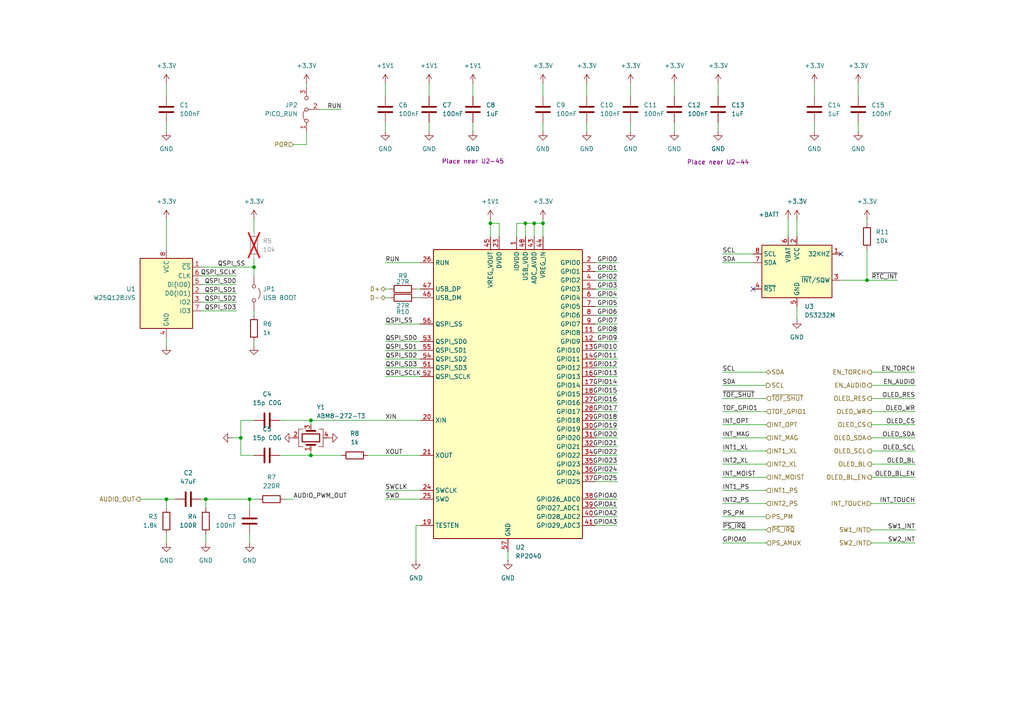
<source format=kicad_sch>
(kicad_sch (version 20231120) (generator "eeschema") (generator_version "8.0")
  (paper "A4")
  (title_block (title "CircuIT Card") (date "2024-05-21") (rev "01") (company "TuX's Design"))
  (lib_symbols
    (symbol "Device:C" (pin_numbers hide) (pin_names (offset 0.254))
      (property "Reference" "C" (at 0.635 2.54 0))
      (property "Value" "C" (at 0.635 -2.54 0))
      (symbol "C_0_1"
        (polyline (pts (xy -2.032 -0.762) (xy 2.032 -0.762)) (stroke (width 0.508)))
        (polyline (pts (xy -2.032 0.762) (xy 2.032 0.762)) (stroke (width 0.508)))
      )
      (symbol "C_1_1"
        (pin passive line (at 0 3.81 270) (length 2.794) (name "~") (number "1"))
        (pin passive line (at 0 -3.81 90) (length 2.794) (name "~") (number "2"))
      )
    )
    (symbol "Device:Crystal_GND24" (pin_names (offset 1.016) hide)
      (property "Reference" "Y" (at 3.175 5.08 0))
      (property "Value" "Crystal_GND24" (at 3.175 3.175 0))
      (symbol "Crystal_GND24_0_1"
        (rectangle (start -1.143 2.54) (end 1.143 -2.54) (stroke (width 0.3048)))
        (polyline (pts (xy -2.54 0) (xy -2.032 0)))
        (polyline (pts (xy -2.032 -1.27) (xy -2.032 1.27)) (stroke (width 0.508)))
        (polyline (pts (xy 0 -3.81) (xy 0 -3.556)))
        (polyline (pts (xy 0 3.556) (xy 0 3.81)))
        (polyline (pts (xy 2.032 -1.27) (xy 2.032 1.27)) (stroke (width 0.508)))
        (polyline (pts (xy 2.032 0) (xy 2.54 0)))
        (polyline (pts (xy -2.54 -2.286) (xy -2.54 -3.556) (xy 2.54 -3.556) (xy 2.54 -2.286)))
        (polyline (pts (xy -2.54 2.286) (xy -2.54 3.556) (xy 2.54 3.556) (xy 2.54 2.286)))
      )
      (symbol "Crystal_GND24_1_1"
        (pin passive line (at -3.81 0 0) (length 1.27) (name "1") (number "1"))
        (pin passive line (at 0 5.08 270) (length 1.27) (name "2") (number "2"))
        (pin passive line (at 3.81 0 180) (length 1.27) (name "3") (number "3"))
        (pin passive line (at 0 -5.08 90) (length 1.27) (name "4") (number "4"))
      )
    )
    (symbol "Device:R" (pin_numbers hide) (pin_names (offset 0))
      (property "Reference" "R" (at 2.032 0 90))
      (property "Value" "R" (at 0 0 90))
      (symbol "R_0_1"
        (rectangle (start -1.016 -2.54) (end 1.016 2.54) (stroke (width 0.254)))
      )
      (symbol "R_1_1"
        (pin passive line (at 0 3.81 270) (length 1.27) (name "~") (number "1"))
        (pin passive line (at 0 -3.81 90) (length 1.27) (name "~") (number "2"))
      )
    )
    (symbol "Jumper:Jumper_2_Open" (pin_numbers hide) (pin_names (offset 0) hide) (exclude_from_sim yes)
      (property "Reference" "JP" (at 0 2.794 0))
      (property "Value" "Jumper_2_Open" (at 0 -2.286 0))
      (symbol "Jumper_2_Open_0_0"
        (circle (center -2.032 0) (radius 0.508))
        (circle (center 2.032 0) (radius 0.508))
      )
      (symbol "Jumper_2_Open_0_1"
        (arc (start 1.524 1.27) (mid 0 1.778) (end -1.524 1.27))
      )
      (symbol "Jumper_2_Open_1_1"
        (pin passive line (at -5.08 0 0) (length 2.54) (name "A") (number "1"))
        (pin passive line (at 5.08 0 180) (length 2.54) (name "B") (number "2"))
      )
    )
    (symbol "Jumper:Jumper_3_Bridged12" (pin_names (offset 0) hide) (exclude_from_sim yes) (in_bom no)
      (property "Reference" "JP" (at -2.54 -2.54 0))
      (property "Value" "Jumper_3_Bridged12" (at 0 2.794 0))
      (symbol "Jumper_3_Bridged12_0_0"
        (circle (center -3.302 0) (radius 0.508))
        (circle (center 0 0) (radius 0.508))
        (circle (center 3.302 0) (radius 0.508))
      )
      (symbol "Jumper_3_Bridged12_0_1"
        (arc (start -0.254 0.508) (mid -1.651 0.9912) (end -3.048 0.508))
        (polyline (pts (xy 0 -1.27) (xy 0 -0.508)))
      )
      (symbol "Jumper_3_Bridged12_1_1"
        (pin passive line (at -6.35 0 0) (length 2.54) (name "A") (number "1"))
        (pin passive line (at 0 -3.81 90) (length 2.54) (name "C") (number "2"))
        (pin passive line (at 6.35 0 180) (length 2.54) (name "B") (number "3"))
      )
    )
    (symbol "MCU_RaspberryPi:RP2040"
      (property "Reference" "U" (at 17.78 45.72 0))
      (property "Value" "RP2040" (at 17.78 43.18 0))
      (symbol "RP2040_0_1"
        (rectangle (start -21.59 41.91) (end 21.59 -41.91) (stroke (width 0.254)) (fill (type background)))
      )
      (symbol "RP2040_1_1"
        (pin power_in line (at 2.54 45.72 270) (length 3.81) (name "IOVDD") (number "1"))
        (pin passive line (at 2.54 45.72 270) (length 3.81) hide (name "IOVDD") (number "10"))
        (pin bidirectional line (at 25.4 17.78 180) (length 3.81) (name "GPIO8") (number "11"))
        (pin bidirectional line (at 25.4 15.24 180) (length 3.81) (name "GPIO9") (number "12"))
        (pin bidirectional line (at 25.4 12.7 180) (length 3.81) (name "GPIO10") (number "13"))
        (pin bidirectional line (at 25.4 10.16 180) (length 3.81) (name "GPIO11") (number "14"))
        (pin bidirectional line (at 25.4 7.62 180) (length 3.81) (name "GPIO12") (number "15"))
        (pin bidirectional line (at 25.4 5.08 180) (length 3.81) (name "GPIO13") (number "16"))
        (pin bidirectional line (at 25.4 2.54 180) (length 3.81) (name "GPIO14") (number "17"))
        (pin bidirectional line (at 25.4 0 180) (length 3.81) (name "GPIO15") (number "18"))
        (pin input line (at -25.4 -38.1 0) (length 3.81) (name "TESTEN") (number "19"))
        (pin bidirectional line (at 25.4 38.1 180) (length 3.81) (name "GPIO0") (number "2"))
        (pin input line (at -25.4 -7.62 0) (length 3.81) (name "XIN") (number "20"))
        (pin passive line (at -25.4 -17.78 0) (length 3.81) (name "XOUT") (number "21"))
        (pin passive line (at 2.54 45.72 270) (length 3.81) hide (name "IOVDD") (number "22"))
        (pin power_in line (at -2.54 45.72 270) (length 3.81) (name "DVDD") (number "23"))
        (pin input line (at -25.4 -27.94 0) (length 3.81) (name "SWCLK") (number "24"))
        (pin bidirectional line (at -25.4 -30.48 0) (length 3.81) (name "SWD") (number "25"))
        (pin input line (at -25.4 38.1 0) (length 3.81) (name "RUN") (number "26"))
        (pin bidirectional line (at 25.4 -2.54 180) (length 3.81) (name "GPIO16") (number "27"))
        (pin bidirectional line (at 25.4 -5.08 180) (length 3.81) (name "GPIO17") (number "28"))
        (pin bidirectional line (at 25.4 -7.62 180) (length 3.81) (name "GPIO18") (number "29"))
        (pin bidirectional line (at 25.4 35.56 180) (length 3.81) (name "GPIO1") (number "3"))
        (pin bidirectional line (at 25.4 -10.16 180) (length 3.81) (name "GPIO19") (number "30"))
        (pin bidirectional line (at 25.4 -12.7 180) (length 3.81) (name "GPIO20") (number "31"))
        (pin bidirectional line (at 25.4 -15.24 180) (length 3.81) (name "GPIO21") (number "32"))
        (pin passive line (at 2.54 45.72 270) (length 3.81) hide (name "IOVDD") (number "33"))
        (pin bidirectional line (at 25.4 -17.78 180) (length 3.81) (name "GPIO22") (number "34"))
        (pin bidirectional line (at 25.4 -20.32 180) (length 3.81) (name "GPIO23") (number "35"))
        (pin bidirectional line (at 25.4 -22.86 180) (length 3.81) (name "GPIO24") (number "36"))
        (pin bidirectional line (at 25.4 -25.4 180) (length 3.81) (name "GPIO25") (number "37"))
        (pin bidirectional line (at 25.4 -30.48 180) (length 3.81) (name "GPIO26_ADC0") (number "38"))
        (pin bidirectional line (at 25.4 -33.02 180) (length 3.81) (name "GPIO27_ADC1") (number "39"))
        (pin bidirectional line (at 25.4 33.02 180) (length 3.81) (name "GPIO2") (number "4"))
        (pin bidirectional line (at 25.4 -35.56 180) (length 3.81) (name "GPIO28_ADC2") (number "40"))
        (pin bidirectional line (at 25.4 -38.1 180) (length 3.81) (name "GPIO29_ADC3") (number "41"))
        (pin passive line (at 2.54 45.72 270) (length 3.81) hide (name "IOVDD") (number "42"))
        (pin power_in line (at 7.62 45.72 270) (length 3.81) (name "ADC_AVDD") (number "43"))
        (pin power_in line (at 10.16 45.72 270) (length 3.81) (name "VREG_IN") (number "44"))
        (pin power_out line (at -5.08 45.72 270) (length 3.81) (name "VREG_VOUT") (number "45"))
        (pin bidirectional line (at -25.4 27.94 0) (length 3.81) (name "USB_DM") (number "46"))
        (pin bidirectional line (at -25.4 30.48 0) (length 3.81) (name "USB_DP") (number "47"))
        (pin power_in line (at 5.08 45.72 270) (length 3.81) (name "USB_VDD") (number "48"))
        (pin passive line (at 2.54 45.72 270) (length 3.81) hide (name "IOVDD") (number "49"))
        (pin bidirectional line (at 25.4 30.48 180) (length 3.81) (name "GPIO3") (number "5"))
        (pin passive line (at -2.54 45.72 270) (length 3.81) hide (name "DVDD") (number "50"))
        (pin bidirectional line (at -25.4 7.62 0) (length 3.81) (name "QSPI_SD3") (number "51"))
        (pin output line (at -25.4 5.08 0) (length 3.81) (name "QSPI_SCLK") (number "52"))
        (pin bidirectional line (at -25.4 15.24 0) (length 3.81) (name "QSPI_SD0") (number "53"))
        (pin bidirectional line (at -25.4 10.16 0) (length 3.81) (name "QSPI_SD2") (number "54"))
        (pin bidirectional line (at -25.4 12.7 0) (length 3.81) (name "QSPI_SD1") (number "55"))
        (pin bidirectional line (at -25.4 20.32 0) (length 3.81) (name "QSPI_SS") (number "56"))
        (pin power_in line (at 0 -45.72 90) (length 3.81) (name "GND") (number "57"))
        (pin bidirectional line (at 25.4 27.94 180) (length 3.81) (name "GPIO4") (number "6"))
        (pin bidirectional line (at 25.4 25.4 180) (length 3.81) (name "GPIO5") (number "7"))
        (pin bidirectional line (at 25.4 22.86 180) (length 3.81) (name "GPIO6") (number "8"))
        (pin bidirectional line (at 25.4 20.32 180) (length 3.81) (name "GPIO7") (number "9"))
      )
    )
    (symbol "Memory_Flash:W25Q128JVS"
      (property "Reference" "U" (at -8.89 8.89 0))
      (property "Value" "W25Q128JVS" (at 7.62 8.89 0))
      (symbol "W25Q128JVS_0_1"
        (rectangle (start -7.62 10.16) (end 7.62 -10.16) (stroke (width 0.254)) (fill (type background)))
      )
      (symbol "W25Q128JVS_1_1"
        (pin input line (at -10.16 7.62 0) (length 2.54) (name "~{CS}") (number "1"))
        (pin bidirectional line (at -10.16 0 0) (length 2.54) (name "DO(IO1)") (number "2"))
        (pin bidirectional line (at -10.16 -2.54 0) (length 2.54) (name "IO2") (number "3"))
        (pin power_in line (at 0 -12.7 90) (length 2.54) (name "GND") (number "4"))
        (pin bidirectional line (at -10.16 2.54 0) (length 2.54) (name "DI(IO0)") (number "5"))
        (pin input line (at -10.16 5.08 0) (length 2.54) (name "CLK") (number "6"))
        (pin bidirectional line (at -10.16 -5.08 0) (length 2.54) (name "IO3") (number "7"))
        (pin power_in line (at 0 12.7 270) (length 2.54) (name "VCC") (number "8"))
      )
    )
    (symbol "Timer_RTC:DS3232M"
      (property "Reference" "U" (at -7.62 8.89 0))
      (property "Value" "DS3232M" (at 10.16 8.89 0))
      (symbol "DS3232M_0_1"
        (rectangle (start -10.16 7.62) (end 10.16 -7.62) (stroke (width 0.254)) (fill (type background)))
      )
      (symbol "DS3232M_1_1"
        (pin output line (at 12.7 5.08 180) (length 2.54) (name "32KHZ") (number "1"))
        (pin power_in line (at 0 10.16 270) (length 2.54) (name "VCC") (number "2"))
        (pin open_collector line (at 12.7 -2.54 180) (length 2.54) (name "~{INT}/SQW") (number "3"))
        (pin bidirectional line (at -12.7 -5.08 0) (length 2.54) (name "~{RST}") (number "4"))
        (pin power_in line (at 0 -10.16 90) (length 2.54) (name "GND") (number "5"))
        (pin power_in line (at -2.54 10.16 270) (length 2.54) (name "VBAT") (number "6"))
        (pin bidirectional line (at -12.7 2.54 0) (length 2.54) (name "SDA") (number "7"))
        (pin input line (at -12.7 5.08 0) (length 2.54) (name "SCL") (number "8"))
      )
    )
    (symbol "power:+1V1" (power) (pin_numbers hide) (pin_names (offset 0) hide)
      (property "Value" "+1V1" (at 0 3.556 0))
      (symbol "+1V1_0_1"
        (polyline (pts (xy -0.762 1.27) (xy 0 2.54)))
        (polyline (pts (xy 0 0) (xy 0 2.54)))
        (polyline (pts (xy 0 2.54) (xy 0.762 1.27)))
      )
      (symbol "+1V1_1_1"
        (pin power_in line (at 0 0 90) (length 0) (name "~") (number "1"))
      )
    )
    (symbol "power:+3.3V" (power) (pin_numbers hide) (pin_names (offset 0) hide)
      (property "Value" "+3.3V" (at 0 3.556 0))
      (symbol "+3.3V_0_1"
        (polyline (pts (xy -0.762 1.27) (xy 0 2.54)))
        (polyline (pts (xy 0 0) (xy 0 2.54)))
        (polyline (pts (xy 0 2.54) (xy 0.762 1.27)))
      )
      (symbol "+3.3V_1_1"
        (pin power_in line (at 0 0 90) (length 0) (name "~") (number "1"))
      )
    )
    (symbol "power:+BATT" (power) (pin_numbers hide) (pin_names (offset 0) hide)
      (property "Value" "+BATT" (at 0 3.556 0))
      (symbol "+BATT_0_1"
        (polyline (pts (xy -0.762 1.27) (xy 0 2.54)))
        (polyline (pts (xy 0 0) (xy 0 2.54)))
        (polyline (pts (xy 0 2.54) (xy 0.762 1.27)))
      )
      (symbol "+BATT_1_1"
        (pin power_in line (at 0 0 90) (length 0) (name "~") (number "1"))
      )
    )
    (symbol "power:GND" (power) (pin_numbers hide) (pin_names (offset 0) hide)
      (property "Value" "GND" (at 0 -3.81 0))
      (symbol "GND_0_1"
        (polyline (pts (xy 0 0) (xy 0 -1.27) (xy 1.27 -1.27) (xy 0 -2.54) (xy -1.27 -1.27) (xy 0 -1.27)))
      )
      (symbol "GND_1_1"
        (pin power_in line (at 0 0 270) (length 0) (name "~") (number "1"))
      )
    )
  )
  (junction (at 72.39 144.78))
  (junction (at 73.66 77.47))
  (junction (at 157.48 64.77))
  (junction (at 59.69 144.78))
  (junction (at 154.94 64.77))
  (junction (at 90.17 121.92))
  (junction (at 142.24 64.77))
  (junction (at 48.26 144.78))
  (junction (at 90.17 132.08))
  (junction (at 152.4 64.77))
  (junction (at 69.85 127))
  (junction (at 251.46 81.28))
  (no_connect (at 218.44 83.82))
  (no_connect (at 243.84 73.66))
  (wire (pts (xy 73.66 121.92) (xy 69.85 121.92)))
  (wire (pts (xy 137.16 35.56) (xy 137.16 38.1)))
  (wire (pts (xy 152.4 64.77) (xy 152.4 68.58)))
  (wire (pts (xy 124.46 35.56) (xy 124.46 38.1)))
  (wire (pts (xy 73.66 99.06) (xy 73.66 100.33)))
  (wire (pts (xy 195.58 24.13) (xy 195.58 27.94)))
  (wire (pts (xy 248.92 35.56) (xy 248.92 38.1)))
  (wire (pts (xy 48.26 144.78) (xy 40.64 144.78)))
  (wire (pts (xy 209.55 127) (xy 222.25 127)))
  (wire (pts (xy 48.26 24.13) (xy 48.26 27.94)))
  (wire (pts (xy 90.17 121.92) (xy 90.17 123.19)))
  (wire (pts (xy 209.55 76.2) (xy 218.44 76.2)))
  (wire (pts (xy 222.25 146.05) (xy 209.55 146.05)))
  (wire (pts (xy 81.28 121.92) (xy 90.17 121.92)))
  (wire (pts (xy 172.72 139.7) (xy 179.07 139.7)))
  (wire (pts (xy 172.72 83.82) (xy 179.07 83.82)))
  (wire (pts (xy 172.72 78.74) (xy 179.07 78.74)))
  (wire (pts (xy 85.09 144.78) (xy 82.55 144.78)))
  (wire (pts (xy 72.39 144.78) (xy 72.39 147.32)))
  (wire (pts (xy 90.17 132.08) (xy 99.06 132.08)))
  (wire (pts (xy 85.09 41.91) (xy 88.9 41.91)))
  (wire (pts (xy 111.76 35.56) (xy 111.76 38.1)))
  (wire (pts (xy 111.76 104.14) (xy 121.92 104.14)))
  (wire (pts (xy 248.92 24.13) (xy 248.92 27.94)))
  (wire (pts (xy 48.26 97.79) (xy 48.26 100.33)))
  (wire (pts (xy 48.26 35.56) (xy 48.26 38.1)))
  (wire (pts (xy 252.73 134.62) (xy 265.43 134.62)))
  (wire (pts (xy 157.48 35.56) (xy 157.48 38.1)))
  (wire (pts (xy 209.55 107.95) (xy 222.25 107.95)))
  (wire (pts (xy 209.55 111.76) (xy 222.25 111.76)))
  (wire (pts (xy 73.66 77.47) (xy 73.66 80.01)))
  (wire (pts (xy 172.72 76.2) (xy 179.07 76.2)))
  (wire (pts (xy 157.48 63.5) (xy 157.48 64.77)))
  (wire (pts (xy 142.24 63.5) (xy 142.24 64.77)))
  (wire (pts (xy 124.46 24.13) (xy 124.46 27.94)))
  (wire (pts (xy 209.55 130.81) (xy 222.25 130.81)))
  (wire (pts (xy 265.43 153.67) (xy 252.73 153.67)))
  (wire (pts (xy 265.43 123.19) (xy 252.73 123.19)))
  (wire (pts (xy 106.68 132.08) (xy 121.92 132.08)))
  (wire (pts (xy 252.73 157.48) (xy 265.43 157.48)))
  (wire (pts (xy 73.66 63.5) (xy 73.66 67.31)))
  (wire (pts (xy 265.43 119.38) (xy 252.73 119.38)))
  (wire (pts (xy 209.55 157.48) (xy 222.25 157.48)))
  (wire (pts (xy 154.94 64.77) (xy 154.94 68.58)))
  (wire (pts (xy 172.72 99.06) (xy 179.07 99.06)))
  (wire (pts (xy 251.46 81.28) (xy 260.35 81.28)))
  (wire (pts (xy 111.76 101.6) (xy 121.92 101.6)))
  (wire (pts (xy 172.72 114.3) (xy 179.07 114.3)))
  (wire (pts (xy 111.76 93.98) (xy 121.92 93.98)))
  (wire (pts (xy 172.72 147.32) (xy 179.07 147.32)))
  (wire (pts (xy 172.72 93.98) (xy 179.07 93.98)))
  (wire (pts (xy 48.26 144.78) (xy 48.26 147.32)))
  (wire (pts (xy 172.72 106.68) (xy 179.07 106.68)))
  (wire (pts (xy 120.65 152.4) (xy 121.92 152.4)))
  (wire (pts (xy 172.72 137.16) (xy 179.07 137.16)))
  (wire (pts (xy 73.66 74.93) (xy 73.66 77.47)))
  (wire (pts (xy 209.55 73.66) (xy 218.44 73.66)))
  (wire (pts (xy 90.17 130.81) (xy 90.17 132.08)))
  (wire (pts (xy 88.9 38.1) (xy 88.9 41.91)))
  (wire (pts (xy 149.86 64.77) (xy 149.86 68.58)))
  (wire (pts (xy 172.72 86.36) (xy 179.07 86.36)))
  (wire (pts (xy 172.72 127) (xy 179.07 127)))
  (wire (pts (xy 208.28 35.56) (xy 208.28 38.1)))
  (wire (pts (xy 252.73 130.81) (xy 265.43 130.81)))
  (wire (pts (xy 69.85 132.08) (xy 73.66 132.08)))
  (wire (pts (xy 209.55 142.24) (xy 222.25 142.24)))
  (wire (pts (xy 68.58 80.01) (xy 58.42 80.01)))
  (wire (pts (xy 68.58 82.55) (xy 58.42 82.55)))
  (wire (pts (xy 231.14 63.5) (xy 231.14 68.58)))
  (wire (pts (xy 243.84 81.28) (xy 251.46 81.28)))
  (wire (pts (xy 265.43 115.57) (xy 252.73 115.57)))
  (wire (pts (xy 81.28 132.08) (xy 90.17 132.08)))
  (wire (pts (xy 149.86 64.77) (xy 152.4 64.77)))
  (wire (pts (xy 111.76 24.13) (xy 111.76 27.94)))
  (wire (pts (xy 120.65 83.82) (xy 121.92 83.82)))
  (wire (pts (xy 252.73 146.05) (xy 265.43 146.05)))
  (wire (pts (xy 236.22 24.13) (xy 236.22 27.94)))
  (wire (pts (xy 59.69 144.78) (xy 59.69 147.32)))
  (wire (pts (xy 59.69 144.78) (xy 58.42 144.78)))
  (wire (pts (xy 172.72 121.92) (xy 179.07 121.92)))
  (wire (pts (xy 120.65 162.56) (xy 120.65 152.4)))
  (wire (pts (xy 172.72 101.6) (xy 179.07 101.6)))
  (wire (pts (xy 157.48 24.13) (xy 157.48 27.94)))
  (wire (pts (xy 172.72 96.52) (xy 179.07 96.52)))
  (wire (pts (xy 209.55 115.57) (xy 222.25 115.57)))
  (wire (pts (xy 172.72 111.76) (xy 179.07 111.76)))
  (wire (pts (xy 48.26 63.5) (xy 48.26 72.39)))
  (wire (pts (xy 172.72 152.4) (xy 179.07 152.4)))
  (wire (pts (xy 172.72 116.84) (xy 179.07 116.84)))
  (wire (pts (xy 172.72 132.08) (xy 179.07 132.08)))
  (wire (pts (xy 172.72 149.86) (xy 179.07 149.86)))
  (wire (pts (xy 172.72 91.44) (xy 179.07 91.44)))
  (wire (pts (xy 111.76 99.06) (xy 121.92 99.06)))
  (wire (pts (xy 72.39 144.78) (xy 59.69 144.78)))
  (wire (pts (xy 251.46 72.39) (xy 251.46 81.28)))
  (wire (pts (xy 111.76 144.78) (xy 121.92 144.78)))
  (wire (pts (xy 111.76 109.22) (xy 121.92 109.22)))
  (wire (pts (xy 111.76 86.36) (xy 113.03 86.36)))
  (wire (pts (xy 170.18 35.56) (xy 170.18 38.1)))
  (wire (pts (xy 182.88 24.13) (xy 182.88 27.94)))
  (wire (pts (xy 68.58 87.63) (xy 58.42 87.63)))
  (wire (pts (xy 252.73 138.43) (xy 265.43 138.43)))
  (wire (pts (xy 154.94 64.77) (xy 157.48 64.77)))
  (wire (pts (xy 172.72 81.28) (xy 179.07 81.28)))
  (wire (pts (xy 48.26 154.94) (xy 48.26 157.48)))
  (wire (pts (xy 68.58 85.09) (xy 58.42 85.09)))
  (wire (pts (xy 73.66 90.17) (xy 73.66 91.44)))
  (wire (pts (xy 195.58 35.56) (xy 195.58 38.1)))
  (wire (pts (xy 209.55 149.86) (xy 222.25 149.86)))
  (wire (pts (xy 69.85 127) (xy 69.85 132.08)))
  (wire (pts (xy 142.24 64.77) (xy 142.24 68.58)))
  (wire (pts (xy 72.39 154.94) (xy 72.39 157.48)))
  (wire (pts (xy 172.72 109.22) (xy 179.07 109.22)))
  (wire (pts (xy 58.42 77.47) (xy 73.66 77.47)))
  (wire (pts (xy 182.88 35.56) (xy 182.88 38.1)))
  (wire (pts (xy 68.58 90.17) (xy 58.42 90.17)))
  (wire (pts (xy 120.65 86.36) (xy 121.92 86.36)))
  (wire (pts (xy 147.32 162.56) (xy 147.32 160.02)))
  (wire (pts (xy 172.72 119.38) (xy 179.07 119.38)))
  (wire (pts (xy 59.69 154.94) (xy 59.69 157.48)))
  (wire (pts (xy 252.73 107.95) (xy 265.43 107.95)))
  (wire (pts (xy 172.72 129.54) (xy 179.07 129.54)))
  (wire (pts (xy 172.72 134.62) (xy 179.07 134.62)))
  (wire (pts (xy 252.73 111.76) (xy 265.43 111.76)))
  (wire (pts (xy 111.76 142.24) (xy 121.92 142.24)))
  (wire (pts (xy 170.18 24.13) (xy 170.18 27.94)))
  (wire (pts (xy 74.93 144.78) (xy 72.39 144.78)))
  (wire (pts (xy 90.17 121.92) (xy 121.92 121.92)))
  (wire (pts (xy 172.72 104.14) (xy 179.07 104.14)))
  (wire (pts (xy 88.9 24.13) (xy 88.9 25.4)))
  (wire (pts (xy 251.46 63.5) (xy 251.46 64.77)))
  (wire (pts (xy 236.22 35.56) (xy 236.22 38.1)))
  (wire (pts (xy 92.71 31.75) (xy 99.06 31.75)))
  (wire (pts (xy 137.16 24.13) (xy 137.16 27.94)))
  (wire (pts (xy 50.8 144.78) (xy 48.26 144.78)))
  (wire (pts (xy 209.55 119.38) (xy 222.25 119.38)))
  (wire (pts (xy 152.4 64.77) (xy 154.94 64.77)))
  (wire (pts (xy 69.85 121.92) (xy 69.85 127)))
  (wire (pts (xy 67.31 127) (xy 69.85 127)))
  (wire (pts (xy 222.25 138.43) (xy 209.55 138.43)))
  (wire (pts (xy 231.14 92.71) (xy 231.14 88.9)))
  (wire (pts (xy 208.28 24.13) (xy 208.28 27.94)))
  (wire (pts (xy 222.25 134.62) (xy 209.55 134.62)))
  (wire (pts (xy 142.24 64.77) (xy 144.78 64.77)))
  (wire (pts (xy 111.76 76.2) (xy 121.92 76.2)))
  (wire (pts (xy 265.43 127) (xy 252.73 127)))
  (wire (pts (xy 209.55 123.19) (xy 222.25 123.19)))
  (wire (pts (xy 209.55 153.67) (xy 222.25 153.67)))
  (wire (pts (xy 111.76 83.82) (xy 113.03 83.82)))
  (wire (pts (xy 157.48 64.77) (xy 157.48 68.58)))
  (wire (pts (xy 172.72 88.9) (xy 179.07 88.9)))
  (wire (pts (xy 172.72 124.46) (xy 179.07 124.46)))
  (wire (pts (xy 111.76 106.68) (xy 121.92 106.68)))
  (wire (pts (xy 172.72 144.78) (xy 179.07 144.78)))
  (wire (pts (xy 144.78 64.77) (xy 144.78 68.58)))
  (wire (pts (xy 228.6 63.5) (xy 228.6 68.58)))
  (label "SWCLK" (at 111.76 142.24 0))
  (label "EN_AUDIO" (at 265.43 111.76 180))
  (label "TOF_GPIO1" (at 209.55 119.38 0))
  (label "GPIOA1" (at 179.07 147.32 180))
  (label "SW1_INT" (at 265.43 153.67 180))
  (label "QSPI_SD3" (at 111.76 106.68 0))
  (label "QSPI_SS" (at 71.12 77.47 180))
  (label "GPIOA0" (at 209.55 157.48 0))
  (label "GPIOA2" (at 179.07 149.86 180))
  (label "INT2_XL" (at 209.55 134.62 0))
  (label "GPIO4" (at 179.07 86.36 180))
  (label "OLED_BL_EN" (at 265.43 138.43 180))
  (label "GPIO24" (at 179.07 137.16 180))
  (label "SWD" (at 111.76 144.78 0))
  (label "INT_MOIST" (at 209.55 138.43 0))
  (label "QSPI_SD0" (at 111.76 99.06 0))
  (label "RUN" (at 111.76 76.2 0))
  (label "SCL" (at 209.55 107.95 0))
  (label "RUN" (at 99.06 31.75 180))
  (label "QSPI_SD2" (at 68.58 87.63 180))
  (label "OLED_SDA" (at 265.43 127 180))
  (label "QSPI_SS" (at 111.76 93.98 0))
  (label "QSPI_SD0" (at 68.58 82.55 180))
  (label "EN_TORCH" (at 265.43 107.95 180))
  (label "GPIO16" (at 179.07 116.84 180))
  (label "OLED_CS" (at 265.43 123.19 180))
  (label "~{PS_IRQ}" (at 209.55 153.67 0))
  (label "QSPI_SD1" (at 68.58 85.09 180))
  (label "QSPI_SD1" (at 111.76 101.6 0))
  (label "INT2_PS" (at 209.55 146.05 0))
  (label "INT1_PS" (at 209.55 142.24 0))
  (label "INT_OPT" (at 209.55 123.19 0))
  (label "OLED_SCL" (at 265.43 130.81 180))
  (label "GPIO0" (at 179.07 76.2 180))
  (label "PS_PM" (at 209.55 149.86 0))
  (label "SW2_INT" (at 265.43 157.48 180))
  (label "GPIO25" (at 179.07 139.7 180))
  (label "GPIOA3" (at 179.07 152.4 180))
  (label "QSPI_SD3" (at 68.58 90.17 180))
  (label "GPIO10" (at 179.07 101.6 180))
  (label "GPIOA0" (at 179.07 144.78 180))
  (label "XOUT" (at 111.76 132.08 0))
  (label "GPIO11" (at 179.07 104.14 180))
  (label "~{TOF_SHUT}" (at 209.55 115.57 0))
  (label "SDA" (at 209.55 111.76 0))
  (label "GPIO6" (at 179.07 91.44 180))
  (label "GPIO21" (at 179.07 129.54 180))
  (label "GPIO23" (at 179.07 134.62 180))
  (label "GPIO2" (at 179.07 81.28 180))
  (label "GPIO18" (at 179.07 121.92 180))
  (label "SCL" (at 209.55 73.66 0))
  (label "QSPI_SCLK" (at 111.76 109.22 0))
  (label "QSPI_SCLK" (at 68.58 80.01 180))
  (label "GPIO20" (at 179.07 127 180))
  (label "AUDIO_PWM_OUT" (at 85.09 144.78 0))
  (label "SDA" (at 209.55 76.2 0))
  (label "GPIO22" (at 179.07 132.08 180))
  (label "GPIO1" (at 179.07 78.74 180))
  (label "OLED_BL" (at 265.43 134.62 180))
  (label "OLED_RES" (at 265.43 115.57 180))
  (label "GPIO12" (at 179.07 106.68 180))
  (label "INT_MAG" (at 209.55 127 0))
  (label "GPIO19" (at 179.07 124.46 180))
  (label "GPIO3" (at 179.07 83.82 180))
  (label "GPIO15" (at 179.07 114.3 180))
  (label "OLED_WR" (at 265.43 119.38 180))
  (label "GPIO8" (at 179.07 96.52 180))
  (label "GPIO7" (at 179.07 93.98 180))
  (label "QSPI_SD2" (at 111.76 104.14 0))
  (label "GPIO17" (at 179.07 119.38 180))
  (label "INT_TOUCH" (at 265.43 146.05 180))
  (label "INT1_XL" (at 209.55 130.81 0))
  (label "~{RTC_INT}" (at 260.35 81.28 180))
  (label "GPIO9" (at 179.07 99.06 180))
  (label "XIN" (at 111.76 121.92 0))
  (label "GPIO5" (at 179.07 88.9 180))
  (label "GPIO14" (at 179.07 111.76 180))
  (label "GPIO13" (at 179.07 109.22 180))
  (hierarchical_label "EN_TORCH" (shape output) (at 252.73 107.95 180))
  (hierarchical_label "OLED_RES" (shape output) (at 252.73 115.57 180))
  (hierarchical_label "PS_AMUX" (shape input) (at 222.25 157.48 0))
  (hierarchical_label "SDA" (shape bidirectional) (at 222.25 107.95 0))
  (hierarchical_label "POR" (shape input) (at 85.09 41.91 180))
  (hierarchical_label "SW2_INT" (shape input) (at 252.73 157.48 180))
  (hierarchical_label "TOF_GPIO1" (shape input) (at 222.25 119.38 0))
  (hierarchical_label "SCL" (shape output) (at 222.25 111.76 0))
  (hierarchical_label "AUDIO_OUT" (shape output) (at 40.64 144.78 180))
  (hierarchical_label "OLED_SDA" (shape bidirectional) (at 252.73 127 180))
  (hierarchical_label "INT2_XL" (shape input) (at 222.25 134.62 0))
  (hierarchical_label "D-" (shape bidirectional) (at 111.76 86.36 180))
  (hierarchical_label "SW1_INT" (shape input) (at 252.73 153.67 180))
  (hierarchical_label "INT1_PS" (shape input) (at 222.25 142.24 0))
  (hierarchical_label "INT_MOIST" (shape input) (at 222.25 138.43 0))
  (hierarchical_label "OLED_BL_EN" (shape output) (at 252.73 138.43 180))
  (hierarchical_label "~{TOF_SHUT}" (shape input) (at 222.25 115.57 0))
  (hierarchical_label "EN_AUDIO" (shape output) (at 252.73 111.76 180))
  (hierarchical_label "OLED_BL" (shape output) (at 252.73 134.62 180))
  (hierarchical_label "~{PS_IRQ}" (shape input) (at 222.25 153.67 0))
  (hierarchical_label "PS_PM" (shape output) (at 222.25 149.86 0))
  (hierarchical_label "D+" (shape bidirectional) (at 111.76 83.82 180))
  (hierarchical_label "INT1_XL" (shape input) (at 222.25 130.81 0))
  (hierarchical_label "INT_OPT" (shape input) (at 222.25 123.19 0))
  (hierarchical_label "INT_MAG" (shape input) (at 222.25 127 0))
  (hierarchical_label "INT2_PS" (shape input) (at 222.25 146.05 0))
  (hierarchical_label "INT_TOUCH" (shape input) (at 252.73 146.05 180))
  (hierarchical_label "OLED_WR" (shape output) (at 252.73 119.38 180))
  (hierarchical_label "OLED_SCL" (shape output) (at 252.73 130.81 180))
  (hierarchical_label "OLED_CS" (shape output) (at 252.73 123.19 180))
  (symbol (lib_id "power:GND") (at 85.09 127 270) (unit 1)
    (property "Reference" "#PWR012" (effects (hide yes)))
    (property "Value" "GND" (effects (hide yes)))
    (property "Description" "Power symbol creates a global label with name \"GND\" , ground" (effects (hide yes)))
  )
  (symbol (lib_id "Device:R") (at 102.87 132.08 90) (unit 1)
    (property "Reference" "R8" (at 102.87 125.73 90))
    (property "Value" "1k" (at 102.87 128.27 90))
    (property "Footprint" "Resistor_SMD:R_0603_1608Metric" (effects (hide yes)))
    (property "Description" "Resistor" (effects (hide yes)))
  )
  (symbol (lib_id "power:GND") (at 59.69 157.48 0) (unit 1)
    (property "Reference" "#PWR07" (effects (hide yes)))
    (property "Value" "GND" (at 59.69 162.56 0))
    (property "Description" "Power symbol creates a global label with name \"GND\" , ground" (effects (hide yes)))
  )
  (symbol (lib_id "power:+3.3V") (at 231.14 63.5 0) (unit 1)
    (property "Reference" "#PWR035" (effects (hide yes)))
    (property "Value" "+3.3V" (at 231.14 58.42 0))
    (property "Description" "Power symbol creates a global label with name \"+3.3V\"" (effects (hide yes)))
  )
  (symbol (lib_id "Device:C") (at 195.58 31.75 0) (unit 1)
    (property "Reference" "C12" (at 199.39 30.4799 0) (effects (justify left)))
    (property "Value" "100nF" (at 199.39 33.0199 0) (effects (justify left)))
    (property "Footprint" "Capacitor_SMD:C_0603_1608Metric" (effects (hide yes)))
    (property "Datasheet" "Capacitor_SMD:C_0603_1608Metric" (effects (hide yes)))
    (property "Description" "Unpolarized capacitor" (effects (hide yes)))
  )
  (symbol (lib_id "power:GND") (at 48.26 100.33 0) (unit 1)
    (property "Reference" "#PWR05" (effects (hide yes)))
    (property "Value" "GND" (effects (hide yes)))
    (property "Description" "Power symbol creates a global label with name \"GND\" , ground" (effects (hide yes)))
  )
  (symbol (lib_id "power:+3.3V") (at 48.26 63.5 0) (unit 1)
    (property "Reference" "#PWR04" (effects (hide yes)))
    (property "Value" "+3.3V" (at 48.26 58.42 0))
    (property "Description" "Power symbol creates a global label with name \"+3.3V\"" (effects (hide yes)))
  )
  (symbol (lib_id "Device:C") (at 111.76 31.75 0) (unit 1)
    (property "Reference" "C6" (at 115.57 30.4799 0) (effects (justify left)))
    (property "Value" "100nF" (at 115.57 33.0199 0) (effects (justify left)))
    (property "Footprint" "Capacitor_SMD:C_0603_1608Metric" (effects (hide yes)))
    (property "Datasheet" "Capacitor_SMD:C_0603_1608Metric" (effects (hide yes)))
    (property "Description" "Unpolarized capacitor" (effects (hide yes)))
  )
  (symbol (lib_id "Device:R") (at 73.66 95.25 0) (unit 1)
    (property "Reference" "R6" (at 76.2 93.9799 0) (effects (justify left)))
    (property "Value" "1k" (at 76.2 96.5199 0) (effects (justify left)))
    (property "Footprint" "Resistor_SMD:R_0603_1608Metric" (effects (hide yes)))
    (property "Description" "Resistor" (effects (hide yes)))
  )
  (symbol (lib_id "Device:R") (at 48.26 151.13 0) (mirror x) (unit 1)
    (property "Reference" "R3" (at 45.72 149.8599 0) (effects (justify right)))
    (property "Value" "1.8k" (at 45.72 152.3999 0) (effects (justify right)))
    (property "Footprint" "Resistor_SMD:R_0603_1608Metric" (effects (hide yes)))
    (property "Description" "Resistor" (effects (hide yes)))
  )
  (symbol (lib_id "power:+3.3V") (at 248.92 24.13 0) (unit 1)
    (property "Reference" "#PWR039" (effects (hide yes)))
    (property "Value" "+3.3V" (at 248.92 19.05 0))
    (property "Description" "Power symbol creates a global label with name \"+3.3V\"" (effects (hide yes)))
  )
  (symbol (lib_id "power:GND") (at 157.48 38.1 0) (unit 1)
    (property "Reference" "#PWR024" (effects (hide yes)))
    (property "Value" "GND" (at 157.48 43.18 0))
    (property "Description" "Power symbol creates a global label with name \"GND\" , ground" (effects (hide yes)))
  )
  (symbol (lib_id "power:+1V1") (at 111.76 24.13 0) (unit 1)
    (property "Reference" "#PWR014" (effects (hide yes)))
    (property "Value" "+1V1" (at 111.76 19.05 0))
    (property "Description" "Power symbol creates a global label with name \"+1V1\"" (effects (hide yes)))
  )
  (symbol (lib_id "power:+3.3V") (at 48.26 24.13 0) (unit 1)
    (property "Reference" "#PWR02" (effects (hide yes)))
    (property "Value" "+3.3V" (at 48.26 19.05 0))
    (property "Description" "Power symbol creates a global label with name \"+3.3V\"" (effects (hide yes)))
  )
  (symbol (lib_id "power:GND") (at 195.58 38.1 0) (unit 1)
    (property "Reference" "#PWR031" (effects (hide yes)))
    (property "Value" "GND" (at 195.58 43.18 0))
    (property "Description" "Power symbol creates a global label with name \"GND\" , ground" (effects (hide yes)))
  )
  (symbol (lib_id "Device:C") (at 208.28 31.75 0) (unit 1)
    (property "Reference" "C13" (at 212.09 30.4799 0) (effects (justify left)))
    (property "Value" "1uF" (at 212.09 33.0199 0) (effects (justify left)))
    (property "Footprint" "Capacitor_SMD:C_0603_1608Metric" (effects (hide yes)))
    (property "Datasheet" "Capacitor_SMD:C_0603_1608Metric" (effects (hide yes)))
    (property "Description" "Unpolarized capacitor" (effects (hide yes)))
    (property "Note" "Place near U2-44" (at 208.28 46.99 0))
  )
  (symbol (lib_id "power:+3.3V") (at 157.48 24.13 0) (unit 1)
    (property "Reference" "#PWR023" (effects (hide yes)))
    (property "Value" "+3.3V" (at 157.48 19.05 0))
    (property "Description" "Power symbol creates a global label with name \"+3.3V\"" (effects (hide yes)))
  )
  (symbol (lib_id "Jumper:Jumper_3_Bridged12") (at 88.9 31.75 90) (unit 1) (exclude_from_sim yes) (in_bom no)
    (property "Reference" "JP2" (at 86.36 30.4799 90) (effects (justify left)))
    (property "Value" "PICO_RUN" (at 86.36 33.0199 90) (effects (justify left)))
    (property "Footprint" "Jumper:SolderJumper-3_P1.3mm_Bridged2Bar12_RoundedPad1.0x1.5mm" (effects (hide yes)))
    (property "Description" "Jumper, 3-pole, pins 1+2 closed/bridged" (effects (hide yes)))
  )
  (symbol (lib_id "Device:R") (at 116.84 83.82 90) (unit 1)
    (property "Reference" "R9" (at 116.84 80.01 90))
    (property "Value" "27R" (at 116.84 81.788 90))
    (property "Footprint" "Resistor_SMD:R_0603_1608Metric" (effects (hide yes)))
    (property "Description" "Resistor" (effects (hide yes)))
  )
  (symbol (lib_id "Device:C") (at 124.46 31.75 0) (unit 1)
    (property "Reference" "C7" (at 128.27 30.4799 0) (effects (justify left)))
    (property "Value" "100nF" (at 128.27 33.0199 0) (effects (justify left)))
    (property "Footprint" "Capacitor_SMD:C_0603_1608Metric" (effects (hide yes)))
    (property "Datasheet" "Capacitor_SMD:C_0603_1608Metric" (effects (hide yes)))
    (property "Description" "Unpolarized capacitor" (effects (hide yes)))
  )
  (symbol (lib_id "power:GND") (at 182.88 38.1 0) (unit 1)
    (property "Reference" "#PWR029" (effects (hide yes)))
    (property "Value" "GND" (at 182.88 43.18 0))
    (property "Description" "Power symbol creates a global label with name \"GND\" , ground" (effects (hide yes)))
  )
  (symbol (lib_id "Device:C") (at 157.48 31.75 0) (unit 1)
    (property "Reference" "C9" (at 161.29 30.4799 0) (effects (justify left)))
    (property "Value" "100nF" (at 161.29 33.0199 0) (effects (justify left)))
    (property "Footprint" "Capacitor_SMD:C_0603_1608Metric" (effects (hide yes)))
    (property "Datasheet" "Capacitor_SMD:C_0603_1608Metric" (effects (hide yes)))
    (property "Description" "Unpolarized capacitor" (effects (hide yes)))
  )
  (symbol (lib_id "power:GND") (at 111.76 38.1 0) (unit 1)
    (property "Reference" "#PWR015" (effects (hide yes)))
    (property "Value" "GND" (at 111.76 43.18 0))
    (property "Description" "Power symbol creates a global label with name \"GND\" , ground" (effects (hide yes)))
  )
  (symbol (lib_id "Device:R") (at 78.74 144.78 270) (mirror x) (unit 1)
    (property "Reference" "R7" (at 78.74 138.43 90))
    (property "Value" "220R" (at 78.74 140.97 90))
    (property "Footprint" "Resistor_SMD:R_0603_1608Metric" (effects (hide yes)))
    (property "Description" "Resistor" (effects (hide yes)))
  )
  (symbol (lib_id "power:+3.3V") (at 88.9 24.13 0) (unit 1)
    (property "Reference" "#PWR048" (effects (hide yes)))
    (property "Value" "+3.3V" (at 88.9 19.05 0))
    (property "Description" "Power symbol creates a global label with name \"+3.3V\"" (effects (hide yes)))
  )
  (symbol (lib_id "power:GND") (at 120.65 162.56 0) (unit 1)
    (property "Reference" "#PWR016" (effects (hide yes)))
    (property "Value" "GND" (at 120.65 167.64 0))
    (property "Description" "Power symbol creates a global label with name \"GND\" , ground" (effects (hide yes)))
  )
  (symbol (lib_id "Device:C") (at 48.26 31.75 0) (unit 1)
    (property "Reference" "C1" (at 52.07 30.4799 0) (effects (justify left)))
    (property "Value" "100nF" (at 52.07 33.0199 0) (effects (justify left)))
    (property "Footprint" "Capacitor_SMD:C_0603_1608Metric" (effects (hide yes)))
    (property "Datasheet" "Capacitor_SMD:C_0603_1608Metric" (effects (hide yes)))
    (property "Description" "Unpolarized capacitor" (effects (hide yes)))
  )
  (symbol (lib_id "power:GND") (at 137.16 38.1 0) (unit 1)
    (property "Reference" "#PWR020" (effects (hide yes)))
    (property "Value" "GND" (at 137.16 43.18 0))
    (property "Description" "Power symbol creates a global label with name \"GND\" , ground" (effects (hide yes)))
  )
  (symbol (lib_id "Device:C") (at 236.22 31.75 0) (unit 1)
    (property "Reference" "C14" (at 240.03 30.4799 0) (effects (justify left)))
    (property "Value" "1uF" (at 240.03 33.0199 0) (effects (justify left)))
    (property "Footprint" "Capacitor_SMD:C_0603_1608Metric" (effects (hide yes)))
    (property "Datasheet" "Capacitor_SMD:C_0603_1608Metric" (effects (hide yes)))
    (property "Description" "Unpolarized capacitor" (effects (hide yes)))
  )
  (symbol (lib_id "Memory_Flash:W25Q128JVS") (at 48.26 85.09 0) (mirror y) (unit 1)
    (property "Reference" "U1" (at 39.37 83.8199 0) (effects (justify left)))
    (property "Value" "W25Q128JVS" (at 39.37 86.3599 0) (effects (justify left)))
    (property "Footprint" "Package_SON:WSON-8-1EP_6x5mm_P1.27mm_EP3.4x4.3mm" (effects (hide yes)))
    (property "Datasheet" "http://www.winbond.com/resource-files/w25q128jv_dtr%20revc%2003272018%20plus.pdf" (effects (hide yes)))
    (property "Description" "128Mb Serial Flash Memory, Standard/Dual/Quad SPI, SOIC-8" (effects (hide yes)))
  )
  (symbol (lib_id "power:+3.3V") (at 236.22 24.13 0) (unit 1)
    (property "Reference" "#PWR037" (effects (hide yes)))
    (property "Value" "+3.3V" (at 236.22 19.05 0))
    (property "Description" "Power symbol creates a global label with name \"+3.3V\"" (effects (hide yes)))
  )
  (symbol (lib_id "Device:R") (at 116.84 86.36 270) (unit 1)
    (property "Reference" "R10" (at 116.84 90.424 90))
    (property "Value" "27R" (at 116.84 88.646 90))
    (property "Footprint" "Resistor_SMD:R_0603_1608Metric" (effects (hide yes)))
    (property "Description" "Resistor" (effects (hide yes)))
  )
  (symbol (lib_id "power:+1V1") (at 124.46 24.13 0) (unit 1)
    (property "Reference" "#PWR017" (effects (hide yes)))
    (property "Value" "+1V1" (at 124.46 19.05 0))
    (property "Description" "Power symbol creates a global label with name \"+1V1\"" (effects (hide yes)))
  )
  (symbol (lib_id "power:+3.3V") (at 208.28 24.13 0) (unit 1)
    (property "Reference" "#PWR032" (effects (hide yes)))
    (property "Value" "+3.3V" (at 208.28 19.05 0))
    (property "Description" "Power symbol creates a global label with name \"+3.3V\"" (effects (hide yes)))
  )
  (symbol (lib_id "Device:R") (at 73.66 71.12 0) (unit 1) (dnp yes)
    (property "Reference" "R5" (at 76.2 69.8499 0) (effects (justify left)))
    (property "Value" "10k" (at 76.2 72.3899 0) (effects (justify left)))
    (property "Footprint" "Resistor_SMD:R_0603_1608Metric" (effects (hide yes)))
    (property "Description" "Resistor" (effects (hide yes)))
  )
  (symbol (lib_id "Device:C") (at 77.47 132.08 90) (unit 1)
    (property "Reference" "C5" (at 77.47 124.46 90))
    (property "Value" "15p C0G" (at 77.47 127 90))
    (property "Footprint" "Capacitor_SMD:C_0603_1608Metric" (effects (hide yes)))
    (property "Description" "Unpolarized capacitor" (effects (hide yes)))
  )
  (symbol (lib_id "power:GND") (at 124.46 38.1 0) (unit 1)
    (property "Reference" "#PWR018" (effects (hide yes)))
    (property "Value" "GND" (at 124.46 43.18 0))
    (property "Description" "Power symbol creates a global label with name \"GND\" , ground" (effects (hide yes)))
  )
  (symbol (lib_id "power:GND") (at 170.18 38.1 0) (unit 1)
    (property "Reference" "#PWR027" (effects (hide yes)))
    (property "Value" "GND" (at 170.18 43.18 0))
    (property "Description" "Power symbol creates a global label with name \"GND\" , ground" (effects (hide yes)))
  )
  (symbol (lib_id "Jumper:Jumper_2_Open") (at 73.66 85.09 270) (mirror x) (unit 1) (exclude_from_sim yes)
    (property "Reference" "JP1" (at 76.2 83.8199 90) (effects (justify left)))
    (property "Value" "USB BOOT" (at 76.2 86.3599 90) (effects (justify left)))
    (property "Footprint" "Jumper:SolderJumper-2_P1.3mm_Bridged2Bar_RoundedPad1.0x1.5mm" (effects (hide yes)))
    (property "Description" "Jumper, 2-pole, open" (effects (hide yes)))
  )
  (symbol (lib_id "power:GND") (at 72.39 157.48 0) (unit 1)
    (property "Reference" "#PWR09" (effects (hide yes)))
    (property "Value" "GND" (at 72.39 162.56 0))
    (property "Description" "Power symbol creates a global label with name \"GND\" , ground" (effects (hide yes)))
  )
  (symbol (lib_id "power:GND") (at 48.26 38.1 0) (unit 1)
    (property "Reference" "#PWR03" (effects (hide yes)))
    (property "Value" "GND" (at 48.26 43.18 0))
    (property "Description" "Power symbol creates a global label with name \"GND\" , ground" (effects (hide yes)))
  )
  (symbol (lib_id "power:+3.3V") (at 251.46 63.5 0) (unit 1)
    (property "Reference" "#PWR041" (effects (hide yes)))
    (property "Value" "+3.3V" (at 251.46 58.42 0))
    (property "Description" "Power symbol creates a global label with name \"+3.3V\"" (effects (hide yes)))
  )
  (symbol (lib_id "power:GND") (at 73.66 100.33 0) (unit 1)
    (property "Reference" "#PWR011" (effects (hide yes)))
    (property "Value" "GND" (effects (hide yes)))
    (property "Description" "Power symbol creates a global label with name \"GND\" , ground" (effects (hide yes)))
  )
  (symbol (lib_id "power:+1V1") (at 137.16 24.13 0) (unit 1)
    (property "Reference" "#PWR019" (effects (hide yes)))
    (property "Value" "+1V1" (at 137.16 19.05 0))
    (property "Description" "Power symbol creates a global label with name \"+1V1\"" (effects (hide yes)))
  )
  (symbol (lib_id "power:+1V1") (at 142.24 63.5 0) (unit 1)
    (property "Reference" "#PWR021" (effects (hide yes)))
    (property "Value" "+1V1" (at 142.24 58.42 0))
    (property "Description" "Power symbol creates a global label with name \"+1V1\"" (effects (hide yes)))
  )
  (symbol (lib_id "power:GND") (at 248.92 38.1 0) (unit 1)
    (property "Reference" "#PWR040" (effects (hide yes)))
    (property "Value" "GND" (at 248.92 43.18 0))
    (property "Description" "Power symbol creates a global label with name \"GND\" , ground" (effects (hide yes)))
  )
  (symbol (lib_id "Device:C") (at 72.39 151.13 0) (mirror x) (unit 1)
    (property "Reference" "C3" (at 68.58 149.8599 0) (effects (justify right)))
    (property "Value" "100nF" (at 68.58 152.3999 0) (effects (justify right)))
    (property "Footprint" "Capacitor_SMD:C_0603_1608Metric" (effects (hide yes)))
    (property "Description" "Unpolarized capacitor" (effects (hide yes)))
  )
  (symbol (lib_id "power:+3.3V") (at 170.18 24.13 0) (unit 1)
    (property "Reference" "#PWR026" (effects (hide yes)))
    (property "Value" "+3.3V" (at 170.18 19.05 0))
    (property "Description" "Power symbol creates a global label with name \"+3.3V\"" (effects (hide yes)))
  )
  (symbol (lib_id "Device:C") (at 77.47 121.92 90) (unit 1)
    (property "Reference" "C4" (at 77.47 114.3 90))
    (property "Value" "15p C0G" (at 77.47 116.84 90))
    (property "Footprint" "Capacitor_SMD:C_0603_1608Metric" (effects (hide yes)))
    (property "Description" "Unpolarized capacitor" (effects (hide yes)))
    (property "MPN" "GRM0335C1E150JA01D" (effects (hide yes)))
    (property "Manufacturer" "Murata" (effects (hide yes)))
  )
  (symbol (lib_id "power:GND") (at 67.31 127 270) (unit 1)
    (property "Reference" "#PWR08" (effects (hide yes)))
    (property "Value" "GND" (effects (hide yes)))
    (property "Description" "Power symbol creates a global label with name \"GND\" , ground" (effects (hide yes)))
  )
  (symbol (lib_id "power:GND") (at 48.26 157.48 0) (unit 1)
    (property "Reference" "#PWR06" (effects (hide yes)))
    (property "Value" "GND" (at 48.26 162.56 0))
    (property "Description" "Power symbol creates a global label with name \"GND\" , ground" (effects (hide yes)))
  )
  (symbol (lib_id "power:GND") (at 147.32 162.56 0) (unit 1)
    (property "Reference" "#PWR022" (effects (hide yes)))
    (property "Value" "GND" (at 147.32 167.64 0))
    (property "Description" "Power symbol creates a global label with name \"GND\" , ground" (effects (hide yes)))
  )
  (symbol (lib_id "power:+3.3V") (at 195.58 24.13 0) (unit 1)
    (property "Reference" "#PWR030" (effects (hide yes)))
    (property "Value" "+3.3V" (at 195.58 19.05 0))
    (property "Description" "Power symbol creates a global label with name \"+3.3V\"" (effects (hide yes)))
  )
  (symbol (lib_id "Device:C") (at 137.16 31.75 0) (unit 1)
    (property "Reference" "C8" (at 140.97 30.4799 0) (effects (justify left)))
    (property "Value" "1uF" (at 140.97 33.0199 0) (effects (justify left)))
    (property "Footprint" "Capacitor_SMD:C_0603_1608Metric" (effects (hide yes)))
    (property "Datasheet" "Capacitor_SMD:C_0603_1608Metric" (effects (hide yes)))
    (property "Description" "Unpolarized capacitor" (effects (hide yes)))
    (property "Note" "Place near U2-45" (at 137.16 46.736 0))
  )
  (symbol (lib_id "Device:C") (at 248.92 31.75 0) (unit 1)
    (property "Reference" "C15" (at 252.73 30.4799 0) (effects (justify left)))
    (property "Value" "100nF" (at 252.73 33.0199 0) (effects (justify left)))
    (property "Footprint" "Capacitor_SMD:C_0603_1608Metric" (effects (hide yes)))
    (property "Datasheet" "Capacitor_SMD:C_0603_1608Metric" (effects (hide yes)))
    (property "Description" "Unpolarized capacitor" (effects (hide yes)))
  )
  (symbol (lib_id "power:+3.3V") (at 182.88 24.13 0) (unit 1)
    (property "Reference" "#PWR028" (effects (hide yes)))
    (property "Value" "+3.3V" (at 182.88 19.05 0))
    (property "Description" "Power symbol creates a global label with name \"+3.3V\"" (effects (hide yes)))
  )
  (symbol (lib_id "power:+3.3V") (at 73.66 63.5 0) (unit 1)
    (property "Reference" "#PWR010" (effects (hide yes)))
    (property "Value" "+3.3V" (at 73.66 58.42 0))
    (property "Description" "Power symbol creates a global label with name \"+3.3V\"" (effects (hide yes)))
  )
  (symbol (lib_id "Timer_RTC:DS3232M") (at 231.14 78.74 0) (unit 1)
    (property "Reference" "U3" (at 233.3341 88.9 0) (effects (justify left)))
    (property "Value" "DS3232M" (at 233.3341 91.44 0) (effects (justify left)))
    (property "Footprint" "Package_SO:SOIC-8_3.9x4.9mm_P1.27mm" (effects (hide yes)))
    (property "Datasheet" "http://datasheets.maximintegrated.com/en/ds/DS3232M.pdf" (effects (hide yes)))
    (property "Description" "±5ppm, I2C Real-Time Clock with SRAM SOIC-8" (effects (hide yes)))
  )
  (symbol (lib_id "power:GND") (at 95.25 127 90) (unit 1)
    (property "Reference" "#PWR013" (effects (hide yes)))
    (property "Value" "GND" (effects (hide yes)))
    (property "Description" "Power symbol creates a global label with name \"GND\" , ground" (effects (hide yes)))
  )
  (symbol (lib_id "Device:Crystal_GND24") (at 90.17 127 90) (unit 1)
    (property "Reference" "Y1" (at 91.8211 118.11 90) (effects (justify right)))
    (property "Value" "ABM8-272-T3" (at 91.8211 120.65 90) (effects (justify right)))
    (property "Footprint" "Crystal:Crystal_SMD_SeikoEpson_FA238V-4Pin_3.2x2.5mm" (effects (hide yes)))
    (property "Description" "Four pin crystal, GND on pins 2 and 4" (effects (hide yes)))
  )
  (symbol (lib_id "MCU_RaspberryPi:RP2040") (at 147.32 114.3 0) (unit 1)
    (property "Reference" "U2" (at 149.5141 158.75 0) (effects (justify left)))
    (property "Value" "RP2040" (at 149.5141 161.29 0) (effects (justify left)))
    (property "Footprint" "Package_DFN_QFN:QFN-56-1EP_7x7mm_P0.4mm_EP3.2x3.2mm" (effects (hide yes)))
    (property "Datasheet" "https://datasheets.raspberrypi.com/rp2040/rp2040-datasheet.pdf" (effects (hide yes)))
    (property "Description" "A microcontroller by Raspberry Pi" (effects (hide yes)))
  )
  (symbol (lib_id "Device:C") (at 170.18 31.75 0) (unit 1)
    (property "Reference" "C10" (at 173.99 30.4799 0) (effects (justify left)))
    (property "Value" "100nF" (at 173.99 33.0199 0) (effects (justify left)))
    (property "Footprint" "Capacitor_SMD:C_0603_1608Metric" (effects (hide yes)))
    (property "Datasheet" "Capacitor_SMD:C_0603_1608Metric" (effects (hide yes)))
    (property "Description" "Unpolarized capacitor" (effects (hide yes)))
  )
  (symbol (lib_id "power:+BATT") (at 228.6 63.5 0) (unit 1)
    (property "Reference" "#PWR034" (effects (hide yes)))
    (property "Value" "+BATT" (at 226.06 62.2299 0) (effects (justify right)))
    (property "Description" "Power symbol creates a global label with name \"+BATT\"" (effects (hide yes)))
  )
  (symbol (lib_id "Device:C") (at 54.61 144.78 90) (mirror x) (unit 1)
    (property "Reference" "C2" (at 54.61 137.16 90))
    (property "Value" "47uF" (at 54.61 139.7 90))
    (property "Footprint" "Capacitor_SMD:C_1210_3225Metric" (effects (hide yes)))
    (property "Description" "Unpolarized capacitor" (effects (hide yes)))
  )
  (symbol (lib_id "power:+3.3V") (at 157.48 63.5 0) (unit 1)
    (property "Reference" "#PWR025" (effects (hide yes)))
    (property "Value" "+3.3V" (at 157.48 58.42 0))
    (property "Description" "Power symbol creates a global label with name \"+3.3V\"" (effects (hide yes)))
  )
  (symbol (lib_id "Device:R") (at 251.46 68.58 180) (unit 1)
    (property "Reference" "R11" (at 254 67.3099 0) (effects (justify right)))
    (property "Value" "10k" (at 254 69.8499 0) (effects (justify right)))
    (property "Footprint" "Resistor_SMD:R_0603_1608Metric" (effects (hide yes)))
    (property "Description" "Resistor" (effects (hide yes)))
  )
  (symbol (lib_id "Device:R") (at 59.69 151.13 0) (mirror x) (unit 1)
    (property "Reference" "R4" (at 57.15 149.8599 0) (effects (justify right)))
    (property "Value" "100R" (at 57.15 152.3999 0) (effects (justify right)))
    (property "Footprint" "Resistor_SMD:R_0603_1608Metric" (effects (hide yes)))
    (property "Description" "Resistor" (effects (hide yes)))
  )
  (symbol (lib_id "power:GND") (at 208.28 38.1 0) (unit 1)
    (property "Reference" "#PWR033" (effects (hide yes)))
    (property "Value" "GND" (at 208.28 43.18 0))
    (property "Description" "Power symbol creates a global label with name \"GND\" , ground" (effects (hide yes)))
  )
  (symbol (lib_id "power:GND") (at 231.14 92.71 0) (unit 1)
    (property "Reference" "#PWR036" (effects (hide yes)))
    (property "Value" "GND" (at 231.14 97.79 0))
    (property "Description" "Power symbol creates a global label with name \"GND\" , ground" (effects (hide yes)))
  )
  (symbol (lib_id "power:GND") (at 236.22 38.1 0) (unit 1)
    (property "Reference" "#PWR038" (effects (hide yes)))
    (property "Value" "GND" (at 236.22 43.18 0))
    (property "Description" "Power symbol creates a global label with name \"GND\" , ground" (effects (hide yes)))
  )
  (symbol (lib_id "Device:C") (at 182.88 31.75 0) (unit 1)
    (property "Reference" "C11" (at 186.69 30.4799 0) (effects (justify left)))
    (property "Value" "100nF" (at 186.69 33.0199 0) (effects (justify left)))
    (property "Footprint" "Capacitor_SMD:C_0603_1608Metric" (effects (hide yes)))
    (property "Datasheet" "Capacitor_SMD:C_0603_1608Metric" (effects (hide yes)))
    (property "Description" "Unpolarized capacitor" (effects (hide yes)))
  )
)
</source>
